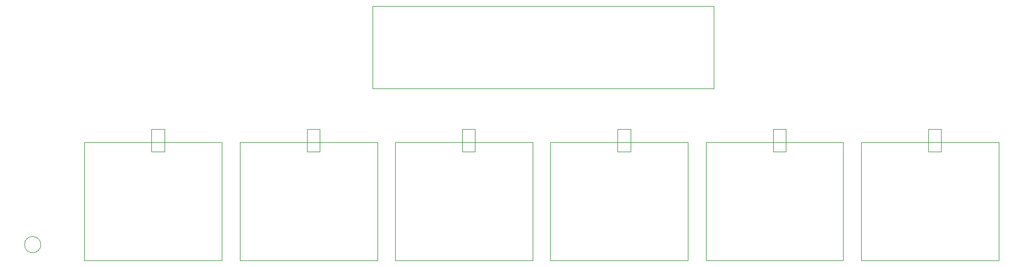
<source format=gbr>
%TF.GenerationSoftware,KiCad,Pcbnew,(7.0.0)*%
%TF.CreationDate,2023-07-13T12:07:19+02:00*%
%TF.ProjectId,RD53B_Quad_6DP_to_ERF8_Data_Adapter,52443533-425f-4517-9561-645f3644505f,V1*%
%TF.SameCoordinates,PX1767f18PY451e560*%
%TF.FileFunction,Other,User*%
%FSLAX46Y46*%
G04 Gerber Fmt 4.6, Leading zero omitted, Abs format (unit mm)*
G04 Created by KiCad (PCBNEW (7.0.0)) date 2023-07-13 12:07:19*
%MOMM*%
%LPD*%
G01*
G04 APERTURE LIST*
%ADD10C,0.050000*%
%ADD11C,0.100000*%
G04 APERTURE END LIST*
D10*
%TO.C,C2*%
X43708000Y15895000D02*
X43708000Y19295000D01*
X45668000Y15895000D02*
X43708000Y15895000D01*
X43708000Y19295000D02*
X45668000Y19295000D01*
X45668000Y19295000D02*
X45668000Y15895000D01*
D11*
%TO.C,J4*%
X81152000Y17305000D02*
X102312000Y17305000D01*
X81152000Y-895000D02*
X81152000Y17305000D01*
X102312000Y17305000D02*
X102312000Y-895000D01*
X102312000Y-895000D02*
X81152000Y-895000D01*
%TO.C,J2*%
X33354000Y17306000D02*
X54514000Y17306000D01*
X33354000Y-894000D02*
X33354000Y17306000D01*
X54514000Y17306000D02*
X54514000Y-894000D01*
X54514000Y-894000D02*
X33354000Y-894000D01*
D10*
%TO.C,C1*%
X19788000Y15895000D02*
X19788000Y19295000D01*
X21748000Y15895000D02*
X19788000Y15895000D01*
X19788000Y19295000D02*
X21748000Y19295000D01*
X21748000Y19295000D02*
X21748000Y15895000D01*
%TO.C,C6*%
X139298000Y15895000D02*
X139298000Y19295000D01*
X141258000Y15895000D02*
X139298000Y15895000D01*
X139298000Y19295000D02*
X141258000Y19295000D01*
X141258000Y19295000D02*
X141258000Y15895000D01*
%TO.C,J7*%
X53748000Y38255000D02*
X106248000Y38255000D01*
X53748000Y25555000D02*
X53748000Y38255000D01*
X106248000Y38255000D02*
X106248000Y25555000D01*
X106248000Y25555000D02*
X53748000Y25555000D01*
%TO.C,C3*%
X67608000Y15895000D02*
X67608000Y19295000D01*
X69568000Y15895000D02*
X67608000Y15895000D01*
X67608000Y19295000D02*
X69568000Y19295000D01*
X69568000Y19295000D02*
X69568000Y15895000D01*
D11*
%TO.C,J6*%
X128948000Y17305000D02*
X150108000Y17305000D01*
X128948000Y-895000D02*
X128948000Y17305000D01*
X150108000Y17305000D02*
X150108000Y-895000D01*
X150108000Y-895000D02*
X128948000Y-895000D01*
D10*
%TO.C,C5*%
X115398000Y15895000D02*
X115398000Y19295000D01*
X117358000Y15895000D02*
X115398000Y15895000D01*
X115398000Y19295000D02*
X117358000Y19295000D01*
X117358000Y19295000D02*
X117358000Y15895000D01*
D11*
%TO.C,J5*%
X105050000Y17305000D02*
X126210000Y17305000D01*
X105050000Y-895000D02*
X105050000Y17305000D01*
X126210000Y17305000D02*
X126210000Y-895000D01*
X126210000Y-895000D02*
X105050000Y-895000D01*
%TO.C,J3*%
X57254000Y17305000D02*
X78414000Y17305000D01*
X57254000Y-895000D02*
X57254000Y17305000D01*
X78414000Y17305000D02*
X78414000Y-895000D01*
X78414000Y-895000D02*
X57254000Y-895000D01*
%TO.C,J1*%
X9458000Y17305000D02*
X30618000Y17305000D01*
X9458000Y-895000D02*
X9458000Y17305000D01*
X30618000Y17305000D02*
X30618000Y-895000D01*
X30618000Y-895000D02*
X9458000Y-895000D01*
D10*
%TO.C,REF_Top*%
X2737000Y1524000D02*
G75*
G03*
X2737000Y1524000I-1250000J0D01*
G01*
%TO.C,C4*%
X91498000Y15895000D02*
X91498000Y19295000D01*
X93458000Y15895000D02*
X91498000Y15895000D01*
X91498000Y19295000D02*
X93458000Y19295000D01*
X93458000Y19295000D02*
X93458000Y15895000D01*
%TD*%
M02*

</source>
